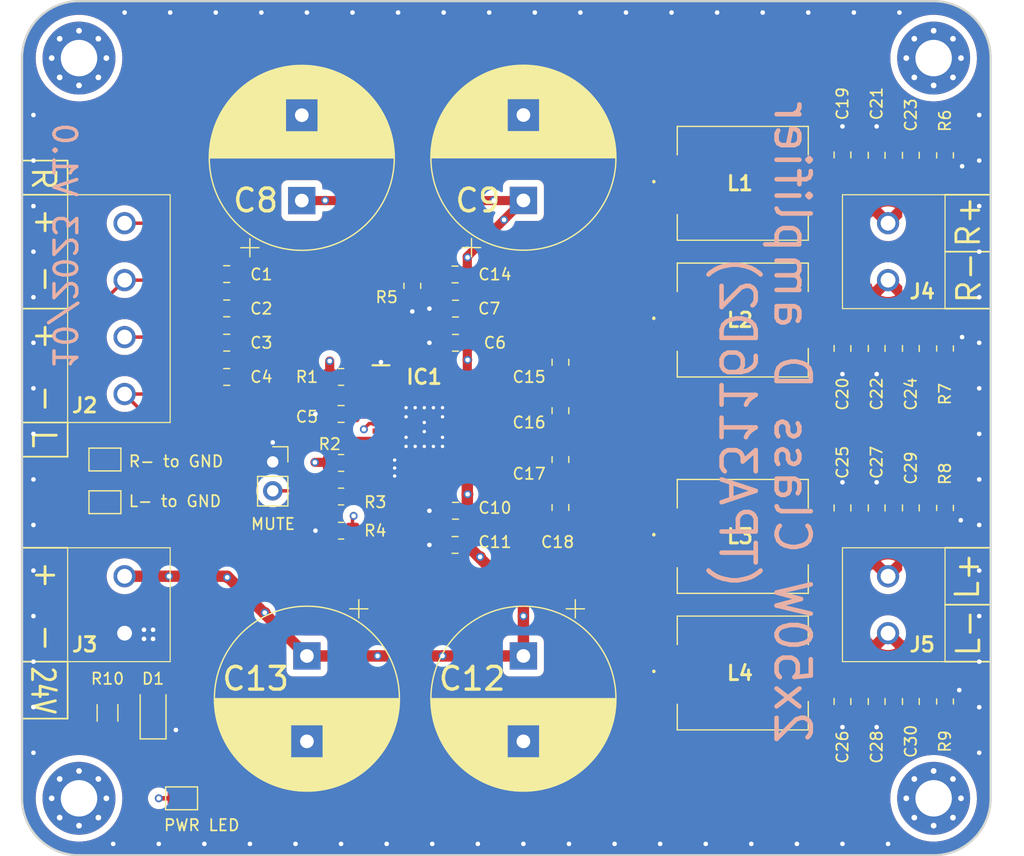
<source format=kicad_pcb>
(kicad_pcb (version 20221018) (generator pcbnew)
  (layers (0 "F.Cu" signal) (1 "In1.Cu" power) (2 "In2.Cu" signal) (31 "B.Cu" power) (34 "B.Paste" user) (35 "F.Paste" user) (36 "B.SilkS" user "B.Silkscreen") (37 "F.SilkS" user "F.Silkscreen") (38 "B.Mask" user) (39 "F.Mask" user) (44 "Edge.Cuts" user))
  (net 0 "")
  (net 1 "RIN+")
  (net 2 "/RINP")
  (net 3 "RIN-")
  (net 4 "/RINN")
  (net 5 "LIN+")
  (net 6 "/LINP")
  (net 7 "LIN-")
  (net 8 "/LINN")
  (net 9 "Net-(IC1-GVDD)")
  (net 10 "GND")
  (net 11 "+24V")
  (net 12 "Net-(C14-Pad2)")
  (net 13 "Net-(IC1-BSPR)")
  (net 14 "/OUTPR")
  (net 15 "Net-(IC1-BSNR)")
  (net 16 "/OUTNR")
  (net 17 "Net-(IC1-BSPL)")
  (net 18 "/OUTPL")
  (net 19 "Net-(IC1-BSNL)")
  (net 20 "/OUTNL")
  (net 21 "/ROUT+")
  (net 22 "/ROUT-")
  (net 23 "Net-(C23-Pad2)")
  (net 24 "Net-(C24-Pad1)")
  (net 25 "/LOUT+")
  (net 26 "/LOUT-")
  (net 27 "Net-(C29-Pad2)")
  (net 28 "Net-(C30-Pad1)")
  (net 33 "/FAULTZ")
  (net 34 "Net-(IC1-GAIN{slash}SLV)")
  (net 35 "/MUTE")
  (net 37 "Net-(J1-Pin_2)")
  (net 38 "Net-(D1-A)")
  (net 39 "Net-(JP3-A)")
  (footprint "Capacitor_SMD:C_0805_2012Metric_Pad1.18x1.45mm_HandSolder" (layer "F.Cu") (at 178 111.5 90)
    (fp_text reference "C30")
    (fp_text value "10n")
  )
  (footprint "Capacitor_SMD:C_0805_2012Metric_Pad1.18x1.45mm_HandSolder" (layer "F.Cu") (at 138 97.75)
    (fp_text reference "C11")
    (fp_text value "0.1u")
  )
  (footprint "Capacitor_SMD:C_0805_2012Metric_Pad1.18x1.45mm_HandSolder" (layer "F.Cu") (at 147.25 94.4625 90)
    (fp_text reference "C18")
    (fp_text value "0.22u")
  )
  (footprint "Capacitor_SMD:C_0805_2012Metric_Pad1.18x1.45mm_HandSolder" (layer "F.Cu") (at 138.0375 80)
    (fp_text reference "C6")
    (fp_text value "1n")
  )
  (footprint "SamacSys_Parts:TB00150002BE" (layer "F.Cu") (at 176 100.5 -90)
    (fp_text reference "J5")
    (fp_text value "Conn_01x02_Socket" hide)
  )
  (footprint "MountingHole:MountingHole_3.2mm_M3_Pad_Via" (layer "F.Cu") (at 180 120)
    (fp_text reference "H1" hide)
    (fp_text value "MountingHole_Pad")
  )
  (footprint "SamacSys_Parts:SOP65P810X120-33N" (layer "F.Cu") (at 135.288 87.425)
    (fp_text reference "IC1")
    (fp_text value "TPA3116D2DADR" hide)
  )
  (footprint "Resistor_SMD:R_0805_2012Metric_Pad1.20x1.40mm_HandSolder" (layer "F.Cu") (at 181 111.5 90)
    (fp_text reference "R9")
    (fp_text value "3.3")
  )
  (footprint "Capacitor_THT:CP_Radial_D16.0mm_P7.50mm" (layer "F.Cu") (at 144 107.5 -90)
    (fp_text reference "C12")
    (fp_text value "470u")
  )
  (footprint "Jumper:SolderJumper-2_P1.3mm_Open_TrianglePad1.0x1.5mm" (layer "F.Cu") (at 107.275 94)
    (fp_text reference "JP2" hide)
    (fp_text value "SolderJumper_2_Open")
  )
  (footprint "Capacitor_THT:CP_Radial_D16.0mm_P7.50mm" (layer "F.Cu") (at 144 67.5 90)
    (fp_text reference "C9")
    (fp_text value "470u")
  )
  (footprint "Resistor_SMD:R_0805_2012Metric_Pad1.20x1.40mm_HandSolder" (layer "F.Cu") (at 128 90.55)
    (fp_text reference "R2")
    (fp_text value "100k")
  )
  (footprint "SamacSys_Parts:104CDMCCDS100MC" (layer "F.Cu") (at 163.25 66)
    (fp_text reference "L1")
    (fp_text value "10u" hide)
  )
  (footprint "Resistor_SMD:R_0805_2012Metric_Pad1.20x1.40mm_HandSolder" (layer "F.Cu") (at 181 80.5 90)
    (fp_text reference "R7")
    (fp_text value "3.3")
  )
  (footprint "Capacitor_SMD:C_0805_2012Metric_Pad1.18x1.45mm_HandSolder" (layer "F.Cu") (at 117.9625 83)
    (fp_text reference "C4")
    (fp_text value "0.68u")
  )
  (footprint "Resistor_SMD:R_1206_3216Metric_Pad1.30x1.75mm_HandSolder" (layer "F.Cu") (at 107.5 112.5 90)
    (fp_text reference "R10")
    (fp_text value "1k 0.5W")
  )
  (footprint "MountingHole:MountingHole_3.2mm_M3_Pad_Via" (layer "F.Cu") (at 105 55)
    (fp_text reference "H4" hide)
    (fp_text value "MountingHole_Pad")
  )
  (footprint "SamacSys_Parts:104CDMCCDS100MC" (layer "F.Cu") (at 163.25 97)
    (fp_text reference "L3")
    (fp_text value "10u" hide)
  )
  (footprint "SamacSys_Parts:TB00150002BE" (layer "F.Cu") (at 109 105.5 90)
    (fp_text reference "J3")
    (fp_text value "Conn_01x02_Socket" hide)
  )
  (footprint "Jumper:SolderJumper-2_P1.3mm_Open_TrianglePad1.0x1.5mm" (layer "F.Cu") (at 107.275 90.25)
    (fp_text reference "JP1" hide)
    (fp_text value "SolderJumper_2_Open")
  )
  (footprint "Capacitor_SMD:C_0805_2012Metric_Pad1.18x1.45mm_HandSolder" (layer "F.Cu") (at 117.9625 73.97)
    (fp_text reference "C1")
    (fp_text value "0.68u")
  )
  (footprint "Capacitor_SMD:C_0805_2012Metric_Pad1.18x1.45mm_HandSolder" (layer "F.Cu") (at 117.9625 76.98)
    (fp_text reference "C2")
    (fp_text value "0.68u")
  )
  (footprint "SamacSys_Parts:104CDMCCDS100MC" (layer "F.Cu") (at 163.25 109)
    (fp_text reference "L4")
    (fp_text value "10u" hide)
  )
  (footprint "MountingHole:MountingHole_3.2mm_M3_Pad_Via" (layer "F.Cu") (at 105 120)
    (fp_text reference "H2" hide)
    (fp_text value "MountingHole_Pad")
  )
  (footprint "Capacitor_SMD:C_0805_2012Metric_Pad1.18x1.45mm_HandSolder" (layer "F.Cu") (at 175 111.5 90)
    (fp_text reference "C28")
    (fp_text value "1n")
  )
  (footprint "Capacitor_SMD:C_0805_2012Metric_Pad1.18x1.45mm_HandSolder" (layer "F.Cu") (at 178 80.5 90)
    (fp_text reference "C24")
    (fp_text value "10n")
  )
  (footprint "SamacSys_Parts:TB00150002BE" (layer "F.Cu") (at 176 69.5 -90)
    (fp_text reference "J4")
    (fp_text value "Conn_01x02_Socket" hide)
  )
  (footprint "Capacitor_SMD:C_0805_2012Metric_Pad1.18x1.45mm_HandSolder" (layer "F.Cu") (at 138.0375 94.75)
    (fp_text reference "C10")
    (fp_text value "1n")
  )
  (footprint "Connector_PinSocket_2.54mm:PinSocket_1x02_P2.54mm_Vertical" (layer "F.Cu") (at 122 90.46)
    (fp_text reference "J1" hide)
    (fp_text value "Conn_01x02_Pin")
  )
  (footprint "SamacSys_Parts:104CDMCCDS100MC" (layer "F.Cu") (at 163.25 78)
    (fp_text reference "L2")
    (fp_text value "10u" hide)
  )
  (footprint "Capacitor_SMD:C_0805_2012Metric_Pad1.18x1.45mm_HandSolder" (layer "F.Cu") (at 117.9625 79.99)
    (fp_text reference "C3")
    (fp_text value "0.68u")
  )
  (footprint "Capacitor_SMD:C_0805_2012Metric_Pad1.18x1.45mm_HandSolder" (layer "F.Cu") (at 178 63.5375 90)
    (fp_text reference "C23")
    (fp_text value "10n")
  )
  (footprint "Capacitor_SMD:C_0805_2012Metric_Pad1.18x1.45mm_HandSolder" (layer "F.Cu") (at 178 94.5 90)
    (fp_text reference "C29")
    (fp_text value "10n")
  )
  (footprint "Resistor_SMD:R_0805_2012Metric_Pad1.20x1.40mm_HandSolder" (layer "F.Cu") (at 128 83)
    (fp_text reference "R1")
    (fp_text value "100k")
  )
  (footprint "SamacSys_Parts:TB00150004BE" (layer "F.Cu") (at 109 84.5 90)
    (fp_text reference "J2")
    (fp_text value "Conn_01x04_Socket" hide)
  )
  (footprint "Capacitor_SMD:C_0805_2012Metric_Pad1.18x1.45mm_HandSolder" (layer "F.Cu") (at 138 74 180)
    (fp_text reference "C14")
    (fp_text value "0.1u")
  )
  (footprint "Capacitor_SMD:C_0805_2012Metric_Pad1.18x1.45mm_HandSolder" (layer "F.Cu") (at 147.25 85.9625 90)
    (fp_text reference "C16")
    (fp_text value "0.22u")
  )
  (footprint "MountingHole:MountingHole_3.2mm_M3_Pad_Via" (layer "F.Cu") (at 180 55)
    (fp_text reference "H3" hide)
    (fp_text value "MountingHole_Pad")
  )
  (footprint "Capacitor_THT:CP_Radial_D16.0mm_P7.50mm" (layer "F.Cu") (at 124.55 67.512755 90)
    (fp_text reference "C8")
    (fp_text value "470u")
  )
  (footprint "Capacitor_SMD:C_0805_2012Metric_Pad1.18x1.45mm_HandSolder" (layer "F.Cu") (at 175 80.5 90)
    (fp_text reference "C22")
    (fp_text value "1n")
  )
  (footprint "Resistor_SMD:R_0805_2012Metric_Pad1.20x1.40mm_HandSolder" (layer "F.Cu") (at 181 63.5375 -90)
    (fp_text reference "R6")
    (fp_text value "3.3")
  )
  (footprint "Capacitor_SMD:C_0805_2012Metric_Pad1.18x1.45mm_HandSolder" (layer "F.Cu") (at 172 94.5 90)
    (fp_text reference "C25")
    (fp_text value "0.68u")
  )
  (footprint "Capacitor_SMD:C_0805_2012Metric_Pad1.18x1.45mm_HandSolder" (layer "F.Cu") (at 175 94.5 90)
    (fp_text reference "C27")
    (fp_text value "1n")
  )
  (footprint "Jumper:SolderJumper-2_P1.3mm_Open_TrianglePad1.0x1.5mm" (layer "F.Cu") (at 114 120 180)
    (fp_text reference "JP3" hide)
    (fp_text value "SolderJumper_2_Open")
  )
  (footprint "Capacitor_SMD:C_0805_2012Metric_Pad1.18x1.45mm_HandSolder" (layer "F.Cu") (at 172 63.5 90)
    (fp_text reference "C19")
    (fp_text value "0.68u")
  )
  (footprint "Capacitor_SMD:C_0805_2012Metric_Pad1.18x1.45mm_HandSolder" (layer "F.Cu") (at 175 63.5375 90)
    (fp_text reference "C21")
    (fp_text value "1n")
  )
  (footprint "Capacitor_SMD:C_0805_2012Metric_Pad1.18x1.45mm_HandSolder" (layer "F.Cu") (at 128 86.25 180)
    (fp_text reference "C5")
    (fp_text value "1u")
  )
  (footprint "Capacitor_SMD:C_0805_2012Metric_Pad1.18x1.45mm_HandSolder" (layer "F.Cu") (at 138.0375 77)
    (fp_text reference "C7")
    (fp_text value "0.1u")
  )
  (footprint "Resistor_SMD:R_0805_2012Metric_Pad1.20x1.40mm_HandSolder" (layer "F.Cu") (at 181 94.5 -90)
    (fp_text reference "R8")
    (fp_text value "3.3")
  )
  (footprint "Capacitor_THT:CP_Radial_D16.0mm_P7.50mm" (layer "F.Cu") (at 125 107.5 -90)
    (fp_text reference "C13")
    (fp_text value "470u")
  )
  (footprint "Capacitor_SMD:C_0805_2012Metric_Pad1.18x1.45mm_HandSolder" (layer "F.Cu") (at 172 111.5 90)
    (fp_text reference "C26")
    (fp_text value "0.68u")
  )
  (footprint "Capacitor_SMD:C_0805_2012Metric_Pad1.18x1.45mm_HandSolder" (layer "F.Cu") (at 172 80.5 90)
    (fp_text reference "C20")
    (fp_text value "0.68u")
  )
  (footprint "Resistor_SMD:R_0805_2012Metric_Pad1.20x1.40mm_HandSolder" (layer "F.Cu") (at 128 96.5)
    (fp_text reference "R4")
    (fp_text value "5.6K")
  )
  (footprint "Capacitor_SMD:C_0805_2012Metric_Pad1.18x1.45mm_HandSolder" (layer "F.Cu") (at 147.25 90.25 -90)
    (fp_text reference "C17")
    (fp_text value "0.22u")
  )
  (footprint "Resistor_SMD:R_0805_2012Metric_Pad1.20x1.40mm_HandSolder" (layer "F.Cu") (at 128 93.5 180)
    (fp_text reference "R3")
    (fp_text value "1k")
  )
  (footprint "LED_SMD:LED_1206_3216Metric" (layer "F.Cu") (at 111.5 112.5 90)
    (fp_text reference "D1")
    (fp_text value "LED")
  )
  (footprint "Resistor_SMD:R_0805_2012Metric_Pad1.20x1.40mm_HandSolder" (layer "F.Cu") (at 134.25 75 -90)
    (fp_text reference "R5")
    (fp_text value "3.3")
  )
  (footprint "Capacitor_SMD:C_0805_2012Metric_Pad1.18x1.45mm_HandSolder" (layer "F.Cu") (at 147.25 81.7125 -90)
    (fp_text reference "C15")
    (fp_text value "0.22u")
  )
  (gr_line (start 104 87) (end 100 87) (stroke (width 0.15)) (layer "F.SilkS"))
  (gr_line (start 104 108) (end 100 108) (stroke (width 0.15)) (layer "F.SilkS"))
  (gr_line (start 181 98) (end 185 98) (stroke (width 0.15)) (layer "F.SilkS"))
  (gr_line (start 181 77) (end 185 77) (stroke (width 0.15)) (layer "F.SilkS"))
  (gr_line (start 181 72) (end 185 72) (stroke (width 0.15)) (layer "F.SilkS"))
  (gr_line (start 104 98) (end 100 98) (stroke (width 0.15)) (layer "F.SilkS"))
  (gr_line (start 104 113) (end 100 113) (stroke (width 0.15)) (layer "F.SilkS"))
  (gr_line (start 104 67) (end 100 67) (stroke (width 0.15)) (layer "F.SilkS"))
  (gr_line (start 181 103) (end 185 103) (stroke (width 0.15)) (layer "F.SilkS"))
  (gr_line (start 104 87) (end 104 90) (stroke (width 0.15)) (layer "F.SilkS"))
  (gr_line (start 181 67) (end 185 67) (stroke (width 0.15)) (layer "F.SilkS"))
  (gr_line (start 104 67) (end 104 64) (stroke (width 0.15)) (layer "F.SilkS"))
  (gr_line (start 104 64) (end 100 64) (stroke (width 0.15)) (layer "F.SilkS"))
  (gr_line (start 181 108) (end 185 108) (stroke (width 0.15)) (layer "F.SilkS"))
  (gr_line (start 104 90) (end 100 90) (stroke (width 0.15)) (layer "F.SilkS"))
  (gr_line (start 104 77) (end 100 77) (stroke (width 0.15)) (layer "F.SilkS"))
  (gr_line (start 104 108) (end 104 113) (stroke (width 0.15)) (layer "F.SilkS"))
  (gr_line (start 100 55) (end 100 120) (stroke (width 0.2)) (layer "Edge.Cuts"))
  (gr_arc (start 100 55) (mid 101.464466 51.464466) (end 105 50) (stroke (width 0.2)) (layer "Edge.Cuts"))
  (gr_line (start 180 50) (end 105 50) (stroke (width 0.2)) (layer "Edge.Cuts"))
  (gr_line (start 185 120) (end 185 55) (stroke (width 0.2)) (layer "Edge.Cuts"))
  (gr_arc (start 180 50) (mid 183.535534 51.464466) (end 185 55) (stroke (width 0.2)) (layer "Edge.Cuts"))
  (gr_line (start 105 125) (end 180 125) (stroke (width 0.2)) (layer "Edge.Cuts"))
  (gr_arc (start 105 125) (mid 101.464466 123.535534) (end 100 120) (stroke (width 0.2)) (layer "Edge.Cuts"))
  (gr_arc (start 185 120) (mid 183.535534 123.535534) (end 180 125) (stroke (width 0.2)) (layer "Edge.Cuts"))
  (gr_text "10/2023 V1.0" (at 102.542651 82.42844 270) (layer "B.SilkS") (effects (font (size 2 2) (thickness 0.3)) (justify left bottom mirror)))
  (gr_text "2x50W Class D amplifier\n(TPA3116D2)" (at 161 87 270) (layer "B.SilkS") (effects (font (size 3 3) (thickness 0.4)) (justify bottom mirror)))
  (gr_text "-\n" (at 101 83.5 270) (layer "F.SilkS") (effects (font (size 2 2) (thickness 0.25)) (justify left bottom)))
  (gr_text "R-\n" (at 184.270957 76.684242 90) (layer "F.SilkS") (effects (font (size 2 2) (thickness 0.25)) (justify left bottom)))
  (gr_text "L- to GND" (at 109.275 94.5) (layer "F.SilkS") (effects (font (size 1 1)) (justify left bottom)))
  (gr_text "L-\n" (at 184.22543 107.687213 90) (layer "F.SilkS") (effects (font (size 2 2) (thickness 0.25)) (justify left bottom)))
  (gr_text "L\n" (at 100.74349 87.477599 270) (layer "F.SilkS") (effects (font (size 2 2) (thickness 0.25)) (justify left bottom)))
  (gr_text "MUTE" (at 120 96.5) (layer "F.SilkS") (effects (font (size 1 1)) (justify left bottom)))
  (gr_text "L+\n" (at 184.124021 102.694327 90) (layer "F.SilkS") (effects (font (size 2 2) (thickness 0.25)) (justify left bottom)))
  (gr_text "R" (at 100.713866 64.400315 270) (layer "F.SilkS") (effects (font (size 2 2) (thickness 0.25)) (justify left bottom)))
  (gr_text "-" (at 101 104.5 270) (layer "F.SilkS") (effects (font (size 2 2) (thickness 0.25)) (justify left bottom)))
  (gr_text "+" (at 101 78 270) (layer "F.SilkS") (effects (font (size 2 2) (thickness 0.25)) (justify left bottom)))
  (gr_text "24V" (at 100.663296 108.268307 270) (layer "F.SilkS") (effects (font (size 2 1.5) (thickness 0.25)) (justify left bottom)))
  (gr_text "+" (at 101 99 270) (layer "F.SilkS") (effects (font (size 2 2) (thickness 0.25)) (justify left bottom)))
  (gr_text "R- to GND" (at 109.275 91) (layer "F.SilkS") (effects (font (size 1 1)) (justify left bottom)))
  (gr_text "+" (at 101 68 270) (layer "F.SilkS") (effects (font (size 2 2) (thickness 0.25)) (justify left bottom)))
  (gr_text "R+\n" (at 184.211709 71.766618 90) (layer "F.SilkS") (effects (font (size 2 2) (thickness 0.25)) (justify left bottom)))
  (gr_text "PWR LED\n" (at 112.362153 122.948592) (layer "F.SilkS") (effects (font (size 1 1)) (justify left bottom)))
  (gr_text "-\n" (at 101 73 270) (layer "F.SilkS") (effects (font (size 2 2) (thickness 0.25)) (justify left bottom)))
  (segment (start 112.455 69.5) (end 116.925 73.97) (width 0.3) (layer "F.Cu") (net 1))
  (segment (start 109 69.5) (end 112.455 69.5) (width 0.3) (layer "F.Cu") (net 1))
  (segment (start 121.7 76.67) (end 121.7 79.9) (width 0.3) (layer "F.Cu") (net 2))
  (segment (start 126.3 84.5) (end 131.5 84.5) (width 0.3) (layer "F.Cu") (net 2))
  (segment (start 119 73.97) (end 121.7 76.67) (width 0.3) (layer "F.Cu") (net 2))
  (segment (start 121.7 79.9) (end 126.3 84.5) (width 0.3) (layer "F.Cu") (net 2))
  (segment (start 108 87.5) (end 105.5 85) (width 0.3) (layer "F.Cu") (net 3))
  (segment (start 105.5 85) (end 105.5 78) (width 0.3) (layer "F.Cu") (net 3))
  (segment (start 114.445 74.5) (end 116.925 76.98) (width 0.3) (layer "F.Cu") (net 3))
  (segment (start 109 74.5) (end 114.445 74.5) (width 0.3) (layer "F.Cu") (net 3))
  (segment (start 105.5 78) (end 109 74.5) (width 0.3) (layer "F.Cu") (net 3))
  (segment (start 108 90.25) (end 108 87.5) (width 0.3) (layer "F.Cu") (net 3))
  (segment (start 120.5 80.5) (end 125.15 85.15) (width 0.3) (layer "F.Cu") (net 4))
  (segment (start 119 76.98) (end 119 78.6) (width 0.3) (layer "F.Cu") (net 4))
  (segment (start 119 78.6) (end 120.1 78.6) (width 0.3) (layer "F.Cu") (net 4))
  (segment (start 125.15 85.15) (end 131.5 85.15) (width 0.3) (layer "F.Cu") (net 4))
  (segment (start 120.5 79) (end 120.5 80.5) (width 0.3) (layer "F.Cu") (net 4))
  (segment (start 120.1 78.6) (end 120.5 79) (width 0.3) (layer "F.Cu") (net 4))
  (segment (start 116.435 79.5) (end 116.925 79.99) (width 0.3) (layer "F.Cu") (net 5))
  (segment (start 109 79.5) (end 116.435 79.5) (width 0.3) (layer "F.Cu") (net 5))
  (segment (start 126.4 88.4) (end 131.5 88.4) (width 0.3) (layer "F.Cu") (net 6))
  (segment (start 119 81) (end 126.4 88.4) (width 0.3) (layer "F.Cu") (net 6))
  (segment (start 119 79.99) (end 119 81) (width 0.3) (layer "F.Cu") (net 6))
  (segment (start 109 84.5) (end 115.425 84.5) (width 0.3) (layer "F.Cu") (net 7))
  (segment (start 115.425 84.5) (end 116.925 83) (width 0.3) (layer "F.Cu") (net 7))
  (segment (start 108 94) (end 110.5 91.5) (width 0.3) (layer "F.Cu") (net 7))
  (segment (start 110.5 91.5) (end 110.5 86) (width 0.3) (layer "F.Cu") (net 7))
  (segment (start 110.5 86) (end 109 84.5) (width 0.3) (layer "F.Cu") (net 7))
  (segment (start 119 83) (end 125.05 89.05) (width 0.3) (layer "F.Cu") (net 8))
  (segment (start 125.05 89.05) (end 131.5 89.05) (width 0.3) (layer "F.Cu") (net 8))
  (segment (start 129.0625 86.275) (end 131.5 86.275) (width 0.8) (layer "F.Cu") (net 9))
  (segment (start 129.0375 86.25) (end 129.0625 86.275) (width 0.8) (layer "F.Cu") (net 9))
  (segment (start 172 93.4625) (end 172 92.25) (width 0.8) (layer "F.Cu") (net 10))
  (segment (start 182.5 64.5) (end 181.0375 64.5) (width 0.8) (layer "F.Cu") (net 10))
  (segment (start 109.3 105.2) (end 109 105.5) (width 0.8) (layer "F.Cu") (net 10))
  (segment (start 133.15 87.75) (end 133.7 88.3) (width 0.4) (layer "F.Cu") (net 10))
  (segment (start 111.5 106) (end 110.7 106) (width 0.8) (layer "F.Cu") (net 10))
  (segment (start 110.7 105.2) (end 110.7 106) (width 0.8) (layer "F.Cu") (net 10))
  (segment (start 172 62.4625) (end 172 61) (width 0.8) (layer "F.Cu") (net 10))
  (segment (start 175 61) (end 175 62.5) (width 0.8) (layer "F.Cu") (net 10))
  (segment (start 131.5 82.55) (end 131.5 81.7) (width 0.4) (layer "F.Cu") (net 10))
  (segment (start 172 112.5375) (end 172 113.75) (width 0.8) (layer "F.Cu") (net 10))
  (segment (start 131.5 87.75) (end 133.15 87.75) (width 0.4) (layer "F.Cu") (net 10))
  (segment (start 139.076 89.05) (end 136.95 89.05) (width 0.4) (layer "F.Cu") (net 10))
  (segment (start 137 94.75) (end 135.75 94.75) (width 0.8) (layer "F.Cu") (net 10))
  (segment (start 132.7 90.3) (end 132.65 90.35) (width 0.4) (layer "F.Cu") (net 10))
  (segment (start 132.65 90.35) (end 131.5 90.35) (width 0.4) (layer "F.Cu") (net 10))
  (segment (start 136.95 89.05) (end 136.9 89.1) (width 0.4) (layer "F.Cu") (net 10))
  (segment (start 110.7 105.2) (end 111.5 105.2) (width 0.8) (layer "F.Cu") (net 10))
  (segment (start 127 96.5) (end 125.75 96.5) (width 0.8) (layer "F.Cu") (net 10))
  (segment (start 139.076 87.1) (end 135.613 87.1) (width 0.4) (layer "F.Cu") (net 10))
  (segment (start 122 90.46) (end 122 88.75) (width 0.8) (layer "F.Cu") (net 10))
  (segment (start 126.9625 86.25) (end 125.75 86.25) (width 0.8) (layer "F.Cu") (net 10))
  (segment (start 110.7 106) (end 109.5 106) (width 0.8) (layer "F.Cu") (net 10))
  (segment (start 132.65 91.65) (end 131.5 91.65) (width 0.4) (layer "F.Cu") (net 10))
  (segment (start 181 79.5) (end 182.5 79.5) (width 0.8) (layer "F.Cu") (net 10))
  (segment (start 182.298449 95.5) (end 182.380442 95.581993) (width 0.8) (layer "F.Cu") (net 10))
  (segment (start 181.0375 64.5) (end 181 64.5375) (width 0.8) (layer "F.Cu") (net 10))
  (segment (start 109.5 106) (end 109 105.5) (width 0.8) (layer "F.Cu") (net 10))
  (segment (start 111.5 106) (end 111.5 105.2) (width 0.8) (layer "F.Cu") (net 10))
  (segment (start 172 82.75) (end 172 81.5375) (width 0.8) (layer "F.Cu") (net 10))
  (segment (start 137 77) (end 135.75 77) (width 0.8) (layer "F.Cu") (net 10))
  (segment (start 175 82.75) (end 175 81.5375) (width 0.8) (layer "F.Cu") (net 10))
  (segment (start 181 95.5) (end 182.298449 95.5) (width 0.8) (layer "F.Cu") (net 10))
  (segment (start 139.076 85.15) (end 137.45 85.15) (width 0.4) (layer "F.Cu") (net 10))
  (segment (start 111.6 114) (end 111.5 113.9) (width 0.6) (layer "F.Cu") (net 10))
  (segment (start 113.5 114) (end 111.6 114) (width 0.6) (layer "F.Cu") (net 10))
  (segment (start 135.75 80) (end 137 80) (width 0.8) (layer "F.Cu") (net 10))
  (segment (start 175 113.75) (end 175 112.5375) (width 0.8) (layer "F.Cu") (net 10))
  (segment (start 132.7 91.7) (end 132.65 91.65) (width 0.4) (layer "F.Cu") (net 10))
  (segment (start 175 93.4625) (end 175 92.25) (width 0.8) (layer "F.Cu") (net 10))
  (segment (start 182.25 110.5) (end 181 110.5) (width 0.8) (layer "F.Cu") (net 10))
  (segment (start 137.45 85.15) (end 136.9 85.7) (width 0.4) (layer "F.Cu") (net 10))
  (segment (start 110.7 105.2) (end 109.3 105.2) (width 0.8) (layer "F.Cu") (net 10))
  (segment (start 134.25 77.25) (end 134.25 76) (width 0.8) (layer "F.Cu") (net 10))
  (segment (start 135.75 97.75) (end 136.9625 97.75) (width 0.8) (layer "F.Cu") (net 10))
  (segment (start 132.7 91) (end 131.5 91) (width 0.4) (layer "F.Cu") (net 10))
  (segment (start 135.613 87.1) (end 135.288 87.425) (width 0.4) (layer "F.Cu") (net 10))
  (via (at 136.1 85.7) (size 0.5) (drill 0.3) (layers "F.Cu" "B.Cu") (net 10))
  (via (at 133.7 85.7) (size 0.5) (drill 0.3) (layers "F.Cu" "B.Cu") (net 10))
  (via (at 128 124) (size 0.7) (drill 0.4) (layers "F.Cu" "B.Cu") (net 10))
  (via (at 124 124) (size 0.7) (drill 0.4) (layers "F.Cu" "B.Cu") (net 10))
  (via (at 125.75 96.5) (size 0.7) (drill 0.4) (layers "F.Cu" "B.Cu") (net 10))
  (via (at 168 124) (size 0.7) (drill 0.4) (layers "F.Cu" "B.Cu") (net 10))
  (via (at 101 92) (size 0.7) (drill 0.4) (layers "F.Cu" "B.Cu") (net 10))
  (via (at 122 88.75) (size 0.7) (drill 0.4) (layers "F.Cu" "B.Cu") (net 10))
  (via (at 129 51) (size 0.7) (drill 0.4) (layers "F.Cu" "B.Cu") (net 10))
  (via (at 176 124) (size 0.7) (drill 0.4) (layers "F.Cu" "B.Cu") (net 10))
  (via (at 184 88) (size 0.7) (drill 0.4) (layers "F.Cu" "B.Cu") (net 10))
  (via (at 132.7 91) (size 0.5) (drill 0.3) (layers "F.Cu" "B.Cu") (net 10))
  (via (at 149 51) (size 0.7) (drill 0.4) (layers "F.Cu" "B.Cu") (net 10))
  (via (at 101 100) (size 0.7) (drill 0.4) (layers "F.Cu" "B.Cu") (net 10))
  (via (at 136.9 85.7) (size 0.5) (drill 0.3) (layers "F.Cu" "B.Cu") (net 10))
  (via (at 134.25 77.25) (size 0.7) (drill 0.4) (layers "F.Cu" "B.Cu") (net 10))
  (via (at 133.7 89.1) (size 0.5) (drill 0.3) (layers "F.Cu" "B.Cu") (net 10))
  (via (at 136.9 88.3) (size 0.5) (drill 0.3) (layers "F.Cu" "B.Cu") (net 10))
  (via (at 101 80) (size 0.7) (drill 0.4) (layers "F.Cu" "B.Cu") (net 10))
  (via (at 101 116) (size 0.7) (drill 0.4) (layers "F.Cu" "B.Cu") (net 10))
  (via (at 111.5 105.2) (size 0.7) (drill 0.4) (layers "F.Cu" "B.Cu") (net 10))
  (via (at 137 51) (size 0.7) (drill 0.4) (layers "F.Cu" "B.Cu") (net 10))
  (via (at 120 124) (size 0.7) (drill 0.4) (layers "F.Cu" "B.Cu") (net 10))
  (via (at 135.3 85.7) (size 0.5) (drill 0.3) (layers "F.Cu" "B.Cu") (net 10))
  (via (at 172 124) (size 0.7) (drill 0.4) (layers "F.Cu" "B.Cu") (net 10))
  (via (at 172 82.75) (size 0.7) (drill 0.4) (layers "F.Cu" "B.Cu") (net 10))
  (via (at 116 124) (size 0.7) (drill 0.4) (layers "F.Cu" "B.Cu") (net 10))
  (via (at 132.7 91.7) (size 0.5) (drill 0.3) (layers "F.Cu" "B.Cu") (net 10))
  (via (at 140 124) (size 0.7) (drill 0.4) (layers "F.Cu" "B.Cu") (net 10))
  (via (at 135.75 94.75) (size 0.7) (drill 0.4) (layers "F.Cu" "B.Cu") (net 10))
  (via (at 110.7 105.2) (size 0.7) (drill 0.4) (layers "F.Cu" "B.Cu") (net 10))
  (via (at 133.7 86.5) (size 0.5) (drill 0.3) (layers "F.Cu" "B.Cu") (net 10))
  (via (at 182.5 64.5) (size 0.7) (drill 0.4) (layers "F.Cu" "B.Cu") (net 10))
  (via (at 101 68) (size 0.7) (drill 0.4) (layers "F.Cu" "B.Cu") (net 10))
  (via (at 173 51) (size 0.7) (drill 0.4) (layers "F.Cu" "B.Cu") (net 10))
  (via (at 109 51) (size 0.7) (drill 0.4) (layers "F.Cu" "B.Cu") (net 10))
  (via (at 152 124) (size 0.7) (drill 0.4) (layers "F.Cu" "B.Cu") (net 10))
  (via (at 184 80) (size 0.7) (drill 0.4) (layers "F.Cu" "B.Cu") (net 10))
  (via (at 160 124) (size 0.7) (drill 0.4) (layers "F.Cu" "B.Cu") (net 10))
  (via (at 101 108) (size 0.7) (drill 0.4) (layers "F.Cu" "B.Cu") (net 10))
  (via (at 184 104) (size 0.7) (drill 0.4) (layers "F.Cu" "B.Cu") (net 10))
  (via (at 125.75 86.25) (size 0.7) (drill 0.4) (layers "F.Cu" "B.Cu") (net 10))
  (via (at 161 51) (size 0.7) (drill 0.4) (layers "F.Cu" "B.Cu") (net 10))
  (via (at 175 92.25) (size 0.7) (drill 0.4) (layers "F.Cu" "B.Cu") (net 10))
  (via (at 135.3 87) (size 0.5) (drill 0.3) (layers "F.Cu" "B.Cu") (net 10))
  (via (at 113 51) (size 0.7) (drill 0.4) (layers "F.Cu" "B.Cu") (net 10))
  (via (at 172 113.75) (size 0.7) (drill 0.4) (layers "F.Cu" "B.Cu") (net 10))
  (via (at 112 124) (size 0.7) (drill 0.4) (layers "F.Cu" "B.Cu") (net 10))
  (via (at 184 96) (size 0.7) (drill 0.4) (layers "F.Cu" "B.Cu") (net 10))
  (via (at 157 51) (size 0.7) (drill 0.4) (layers "F.Cu" "B.Cu") (net 10))
  (via (at 111.5 106) (size 0.7) (drill 0.4) (layers "F.Cu" "B.Cu") (net 10))
  (via (at 101 88) (size 0.7) (drill 0.4) (layers "F.Cu" "B.Cu") (net 10))
  (via (at 172 61) (size 0.7) (drill 0.4) (layers "F.Cu" "B.Cu") (net 10))
  (via (at 182.5 79.5) (size 0.7) (drill 0.4) (layers "F.Cu" "B.Cu") (net 10))
  (via (at 172 92.25) (size 0.7) (drill 0.4) (layers "F.Cu" "B.Cu") (net 10))
  (via (at 101 64) (size 0.7) (drill 0.4) (layers "F.Cu" "B.Cu") (net 10))
  (via (at 125 51) (size 0.7) (drill 0.4) (layers "F.Cu" "B.Cu") (net 10))
  (via (at 184 100) (size 0.7) (drill 0.4) (layers "F.Cu" "B.Cu") (net 10))
  (via (at 144 124) (size 0.7) (drill 0.4) (layers "F.Cu" "B.Cu") (net 10))
  (via (at 108 124) (size 0.7) (drill 0.4) (layers "F.Cu" "B.Cu") (net 10))
  (via (at 110.7 106) (size 0.7) (drill 0.4) (layers "F.Cu" "B.Cu") (net 10))
  (via (at 136 124) (size 0.7) (drill 0.4) (layers "F.Cu" "B.Cu") (net 10))
  (via (at 101 60) (size 0.7) (drill 0.4) (layers "F.Cu" "B.Cu") (net 10))
  (via (at 131.5 81.7) (size 0.7) (drill 0.4) (layers "F.Cu" "B.Cu") (net 10))
  (via (at 177 51) (size 0.7) (drill 0.4) (layers "F.Cu" "B.Cu") (net 10))
  (via (at 164 124) (size 0.7) (drill 0.4) (layers "F.Cu" "B.Cu") (net 10))
  (via (at 175 61) (size 0.7) (drill 0.4) (layers "F.Cu" "B.Cu") (net 10))
  (via (at 135.3 89.1) (size 0.5) (drill 0.3) (layers "F.Cu" "B.Cu") (net 10))
  (via (at 132 124) (size 0.7) (drill 0.4) (layers "F.Cu" "B.Cu") (net 10))
  (via (at 134.5 89.1) (size 0.5) (drill 0.3) (layers "F.Cu" "B.Cu") (net 10))
  (via (at 184 64) (size 0.7) (drill 0.4) (layers "F.Cu" "B.Cu") (net 10))
  (via (at 165 51) (size 0.7) (drill 0.4) (layers "F.Cu" "B.Cu") (net 10))
  (via (at 101 104) (size 0.7) (drill 0.4) (layers "F.Cu" "B.Cu") (net 10))
  (via (at 101 84) (size 0.7) (drill 0.4) (layers "F.Cu" "B.Cu") (net 10))
  (via (at 169 51) (size 0.7) (drill 0.4) (layers "F.Cu" "B.Cu") (net 10))
  (via (at 175 113.75) (size 0.7) (drill 0.4) (layers "F.Cu" "B.Cu") (net 10))
  (via (at 184 68) (size 0.7) (drill 0.4) (layers "F.Cu" "B.Cu") (net 10))
  (via (at 121 51) (size 0.7) (drill 0.4) (layers "F.Cu" "B.Cu") (net 10))
  (via (at 134.5 85.7) (size 0.5) (drill 0.3) (layers "F.Cu" "B.Cu") (net 10))
  (via (at 156 124) (size 0.7) (drill 0.4) (layers "F.Cu" "B.Cu") (net 10))
  (via (at 133 51) (size 0.7) (drill 0.4) (layers "F.Cu" "B.Cu") (net 10))
  (via (at 101 76) (size 0.7) (drill 0.4) (layers "F.Cu" "B.Cu") (net 10))
  (via (at 141 51) (size 0.7) (drill 0.4) (layers "F.Cu" "B.Cu") (net 10))
  (via (at 101 72) (size 0.7) (drill 0.4) (layers "F.Cu" "B.Cu") (net 10))
  (via (at 135.75 97.75) (size 0.7) (drill 0.4) (layers "F.Cu" "B.Cu") (net 10))
  (via (at 175 82.75) (size 0.7) (drill 0.4) (layers "F.Cu" "B.Cu") (net 10))
  (via (at 182.380442 95.581993) (size 0.7) (drill 0.4) (layers "F.Cu" "B.Cu") (net 10))
  (via (at 101 96) (size 0.7) (drill 0.4) (layers "F.Cu" "B.Cu") (net 10))
  (via (at 184 92) (size 0.7) (drill 0.4) (layers "F.Cu" "B.Cu") (net 10))
  (via (at 184 112) (size 0.7) (drill 0.4) (layers "F.Cu" "B.Cu") (net 10))
  (via (at 153 51) (size 0.7) (drill 0.4) (layers "F.Cu" "B.Cu") (net 10))
  (via (at 101 112) (size 0.7) (drill 0.4) (layers "F.Cu" "B.Cu") (net 10))
  (via (at 148 124) (size 0.7) (drill 0.4) (layers "F.Cu" "B.Cu") (net 10))
  (via (at 135.75 77) (size 0.7) (drill 0.4) (layers "F.Cu" "B.Cu") (net 10))
  (via (at 184 116) (size 0.7) (drill 0.4) (layers "F.Cu" "B.Cu") (net 10))
  (via (at 182.25 110.5) (size 0.7) (drill 0.4) (layers "F.Cu" "B.Cu") (net 10))
  (via (at 113.5 114) (size 0.8) (drill 0.4) (layers "F.Cu" "B.Cu") (net 10))
  (via (at 184 108) (size 0.7) (drill 0.4) (layers "F.Cu" "B.Cu") (net 10))
  (via (at 184 84) (size 0.7) (drill 0.4) (layers "F.Cu" "B.Cu") (net 10))
  (via (at 184 76) (size 0.7) (drill 0.4) (layers "F.Cu" "B.Cu") (net 10))
  (via (at 132.7 90.3) (size 0.5) (drill 0.3) (layers "F.Cu" "B.Cu") (net 10))
  (via (at 117 51) (size 0.7) (drill 0.4) (layers "F.Cu" "B.Cu") (net 10))
  (via (at 133.7 88.3) (size 0.5) (drill 0.3) (layers "F.Cu" "B.Cu") (net 10))
  (via (at 184 60) (size 0.7) (drill 0.4) (layers "F.Cu" "B.Cu") (net 10))
  (via (at 136.9 89.1) (size 0.5) (drill 0.3) (layers "F.Cu" "B.Cu") (net 10))
  (via (at 135.3 87.8) (size 0.5) (drill 0.3) (layers "F.Cu" "B.Cu") (net 10))
  (via (at 135.75 80) (size 0.7) (drill 0.4) (layers "F.Cu" "B.Cu") (net 10))
  (via (at 184 72) (size 0.7) (drill 0.4) (layers "F.Cu" "B.Cu") (net 10))
  (via (at 145 51) (size 0.7) (drill 0.4) (layers "F.Cu" "B.Cu") (net 10))
  (via (at 136.1 89.1) (size 0.5) (drill 0.3) (layers "F.Cu" "B.Cu") (net 10))
  (via (at 136.9 86.5) (size 0.5) (drill 0.3) (layers "F.Cu" "B.Cu") (net 10))
  (segment (start 118.1 100.6) (end 121.2 103.7) (width 1) (layer "F.Cu") (net 11))
  (segment (start 140.2 98.9125) (end 144 102.7125) (width 1) (layer "F.Cu") (net 11))
  (segment (start 126.587245 67.512755) (end 126.6 67.5) (width 0.8) (layer "F.Cu") (net 11))
  (segment (start 139.076 72.476) (end 139.076 72.424) (width 0.8) (layer "F.Cu") (net 11))
  (segment (start 139.076 82.55) (end 139.076 81.524) (width 0.8) (layer "F.Cu") (net 11))
  (segment (start 139.076 97.7115) (end 139.0375 97.75) (width 1) (layer "F.Cu") (net 11))
  (segment (start 131.2 107.5) (end 125 107.5) (width 1) (layer "F.Cu") (net 11))
  (segment (start 139.076 81.524) (end 139.1 81.5) (width 0.8) (layer "F.Cu") (net 11))
  (segment (start 141.387245 67.512755) (end 141.4 67.5) (width 0.8) (layer "F.Cu") (net 11))
  (segment (start 113.275 120) (end 112 120) (width 0.4) (layer "F.Cu") (net 11))
  (segment (start 139.076 93.276) (end 139.1 93.3) (width 1) (layer "F.Cu") (net 11))
  (segment (start 139.076 92.3) (end 139.076 91.275) (width 1) (layer "F.Cu") (net 11))
  (segment (start 139.1 93.3) (end 139.076 93.324) (width 1) (layer "F.Cu") (net 11))
  (segment (start 118 100.6) (end 118.1 100.6) (width 1) (layer "F.Cu") (net 11))
  (segment (start 139.076 81.476) (end 139.076 72.524) (width 0.8) (layer "F.Cu") (net 11))
  (segment (start 139.0375 97.75) (end 140.0875 98.8) (width 1) (layer "F.Cu") (net 11))
  (segment (start 109 100.5) (end 112.9 100.5) (width 1) (layer "F.Cu") (net 11))
  (segment (start 125.7 90.5) (end 126.95 90.5) (width 0.8) (layer "F.Cu") (net 11))
  (segment (start 126.6 67.5) (end 126.612755 67.512755) (width 0.8) (layer "F.Cu") (net 11))
  (segment (start 127 83) (end 127 81.6) (width 0.8) (layer "F.Cu") (net 11))
  (segment (start 124.55 67.512755) (end 126.587245 67.512755) (width 0.8) (layer "F.Cu") (net 11))
  (segment (start 144 102.7125) (end 144 104) (width 1) (layer "F.Cu") (net 11))
  (segment (start 126.95 90.5) (end 127 90.55) (width 0.8) (layer "F.Cu") (net 11))
  (segment (start 139.076 72.424) (end 142.3 69.2) (width 0.8) (layer "F.Cu") (net 11))
  (segment (start 139.1 81.5) (end 139.076 81.476) (width 0.8) (layer "F.Cu") (net 11))
  (segment (start 140.0875 98.8) (end 140.2 98.8) (width 1) (layer "F.Cu") (net 11))
  (segment (start 118 100.5) (end 118 100.6) (width 1) (layer "F.Cu") (net 11))
  (segment (start 144 104) (end 144 107.5) (width 1) (layer "F.Cu") (net 11))
  (segment (start 143.987245 67.512755) (end 144 67.5) (width 0.8) (layer "F.Cu") (net 11))
  (segment (start 121.3 103.8) (end 125 107.5) (width 1) (layer "F.Cu") (net 11))
  (segment (start 121.3 103.7) (end 121.3 103.8) (width 1) (layer "F.Cu") (net 11))
  (segment (start 139.076 93.324) (end 139.076 97.7115) (width 1) (layer "F.Cu") (net 11))
  (segment (start 141.412755 67.512755) (end 143.987245 67.512755) (width 0.8) (layer "F.Cu") (net 11))
  (segment (start 142.3 69.2) (end 144 67.5) (width 0.8) (layer "F.Cu") (net 11))
  (segment (start 126.612755 67.512755) (end 141.387245 67.512755) (width 0.8) (layer "F.Cu") (net 11))
  (segment (start 141.4 67.5) (end 141.412755 67.512755) (width 0.8) (layer "F.Cu") (net 11))
  (segment (start 140.2 98.8) (end 140.2 98.9125) (width 1) (layer "F.Cu") (net 11))
  (segment (start 136.9 107.5) (end 131.2 107.5) (width 1) (layer "F.Cu") (net 11))
  (segment (start 144 107.5) (end 136.9 107.5) (width 1) (layer "F.Cu") (net 11))
  (segment (start 139.1 72.5) (end 139.076 72.476) (width 0.8) (layer "F.Cu") (net 11))
  (segment (start 112.9 100.5) (end 118 100.5) (width 1) (layer "F.Cu") (net 11))
  (segment (start 139.076 72.524) (end 139.1 72.5) (width 0.8) (layer "F.Cu") (net 11))
  (segment (start 121.2 103.7) (end 121.3 103.7) (width 1) (layer "F.Cu") (net 11))
  (segment (start 139.076 92.3) (end 139.076 93.276) (width 1) (layer "F.Cu") (net 11))
  (via (at 126.6 67.5) (size 0.7) (drill 0.4) (layers "F.Cu" "B.Cu") (net 11))
  (via (at 139.1 81.5) (size 0.7) (drill 0.4) (layers "F.Cu" "B.Cu") (net 11))
  (via (at 139.1 72.5) (size 0.7) (drill 0.4) (layers "F.Cu" "B.Cu") (net 11))
  (via (at 141.4 67.5) (size 0.7) (drill 0.4) (layers "F.Cu" "B.Cu") (net 11))
  (via (at 112 120) (size 0.7) (drill 0.4) (layers "F.Cu" "B.Cu") (net 11))
  (via (at 136.9 107.5) (size 0.7) (drill 0.4) (layers "F.Cu" "B.Cu") (net 11))
  (via (at 127 81.6) (size 0.7) (drill 0.4) (layers "F.Cu" "B.Cu") (net 11))
  (via (at 118 100.6) (size 0.7) (drill 0.4) (layers "F.Cu" "B.Cu") (net 11))
  (via (at 125.7 90.5) (size 0.7) (drill 0.4) (layers "F.Cu" "B.Cu") (net 11))
  (via (at 121.3 103.7) (size 0.7) (drill 0.4) (layers "F.Cu" "B.Cu") (net 11))
  (via (at 112.9 100.5) (size 0.7) (drill 0.4) (layers "F.Cu" "B.Cu") (net 11))
  (via (at 144 104) (size 0.7) (drill 0.4) (layers "F.Cu" "B.Cu") (net 11))
  (via (at 131.2 107.5) (size 0.7) (drill 0.4) (layers "F.Cu" "B.Cu") (net 11))
  (via (at 142.3 69.2) (size 0.7) (drill 0.4) (layers "F.Cu" "B.Cu") (net 11))
  (via (at 140.2 98.8) (size 0.7) (drill 0.4) (layers "F.Cu" "B.Cu") (net 11))
  (via (at 139.1 93.3) (size 0.7) (drill 0.4) (layers "F.Cu" "B.Cu") (net 11))
  (segment (start 134.25 74) (end 136.9625 74) (width 0.6) (layer "F.Cu") (net 12))
  (segment (start 150.5 82.7) (end 150.5 74) (width 1) (layer "F.Cu") (net 14))
  (segment (start 150.5 74) (end 158.5 66) (width 1) (layer "F.Cu") (net 14))
  (segment (start 147.3 82.7) (end 150.5 82.7) (width 1) (layer "F.Cu") (net 14))
  (segment (start 147.25 82.75) (end 147.3 82.7) (width 1) (layer "F.Cu") (net 14))
  (segment (start 151.575 84.925) (end 158.5 78) (width 1) (layer "F.Cu") (net 16))
  (segment (start 147.25 84.925) (end 151.575 84.925) (width 1) (layer "F.Cu") (net 16))
  (segment (start 147.25 91.2875) (end 152.7875 91.2875) (width 1) (layer "F.Cu") (net 18))
  (segment (start 152.7875 91.2875) (end 158.5 97) (width 1) (layer "F.Cu") (net 18))
  (segment (start 149.925 93.425) (end 150.6 94.1) (width 1) (layer "F.Cu") (net 20))
  (segment (start 147.25 93.425) (end 149.925 93.425) (width 1) (layer "F.Cu") (net 20))
  (segment (start 150.6 103) (end 156.6 109) (width 1) (layer "F.Cu") (net 20))
  (segment (start 156.6 109) (end 158.5 109) (width 1) (layer "F.Cu") (net 20))
  (segment (start 150.6 94.1) (end 150.6 103) (width 1) (layer "F.Cu") (net 20))
  (segment (start 180.9625 62.5) (end 181 62.5375) (width 0.8) (layer "F.Cu") (net 23))
  (segment (start 178 62.5) (end 180.9625 62.5) (width 0.8) (layer "F.Cu") (net 23))
  (segment (start 178 81.5375) (end 180.9625 81.5375) (width 0.8) (layer "F.Cu") (net 24))
  (segment (start 180.9625 81.5375) (end 181 81.5) (width 0.8) (layer "F.Cu") (net 24))
  (segment (start 180.9625 93.4625) (end 181 93.5) (width 0.8) (layer "F.Cu") (net 27))
  (segment (start 178 93.4625) (end 180.9625 93.4625) (width 0.8) (layer "F.Cu") (net 27))
  (segment (start 180.9625 112.5375) (end 181 112.5) (width 0.8) (layer "F.Cu") (net 28))
  (segment (start 178 112.5375) (end 180.9625 112.5375) (width 0.8) (layer "F.Cu") (net 28))
  (segment (start 129.675 83.675) (end 131.325 83.675) (width 0.8) (layer "F.Cu") (net 33))
  (segment (start 129 83) (end 129.675 83.675) (width 0.8) (layer "F.Cu") (net 33))
  (segment (start 129 96.5) (end 129 95.3) (width 0.3) (layer "F.Cu") (net 34))
  (segment (start 130 87.5625) (end 130 87.6) (width 0.3) (layer "F.Cu") (net 34))
  (segment (start 130.4625 87.1) (end 130 87.5625) (width 0.3) (layer "F.Cu") (net 34))
  (segment (start 129 95.3) (end 129.1 95.2) (width 0.3) (layer "F.Cu") (net 34))
  (segment (start 131.5 87.1) (end 130.4625 87.1) (width 0.3) (layer "F.Cu") (net 34))
  (via (at 130 87.6) (size 0.7) (drill 0.4) (layers "F.Cu" "B.Cu") (net 34))
  (via (at 129.1 95.2) (size 0.7) (drill 0.4) (layers "F.Cu" "B.Cu") (net 34))
  (segment (start 129 90.55) (end 129 93.5) (width 0.3) (layer "F.Cu") (net 35))
  (segment (start 129.85 89.7) (end 129 90.55) (width 0.3) (layer "F.Cu") (net 35))
  (segment (start 131.5 89.7) (end 129.85 89.7) (width 0.3) (layer "F.Cu") (net 35))
  (segment (start 127 93.5) (end 124.2 93.5) (width 0.3) (layer "F.Cu") (net 37))
  (segment (start 123.7 93) (end 122 93) (width 0.3) (layer "F.Cu") (net 37))
  (segment (start 124.2 93.5) (end 123.7 93) (width 0.3) (layer "F.Cu") (net 37))
  (segment (start 111.35 110.95) (end 111.5 111.1) (width 0.6) (layer "F.Cu") (net 38))
  (segment (start 107.5 110.95) (end 111.35 110.95) (width 0.6) (layer "F.Cu") (net 38))
  (segment (start 111.240686 116) (end 109.45 116) (width 0.4) (layer "F.Cu") (net 39))
  (segment (start 114.725 120) (end 114.725 119.484314) (width 0.4) (layer "F.Cu") (net 39))
  (segment (start 109.45 116) (end 107.5 114.05) (width 0.4) (layer "F.Cu") (net 39))
  (segment (start 114.725 119.484314) (end 111.240686 116) (width 0.4) (layer "F.Cu") (net 39))
  (zone (net 20) (net_name "/OUTNL") (layer "F.Cu") (priority 11) (connect_pads yes (clearance 0)) (min_thickness 0.1) (fill yes (thermal_gap 0.5) (thermal_bridge_width 1) (island_removal_mode 1) (island_area_min 10))
    (polygon (pts (xy 138.6 89.5) (xy 140.5 89.5) (xy 146.6 92.8) (xy 147.9 92.8) (xy 148.1 93) (xy 148.1 93.9) (xy 147.9 94.1) (xy 146.6 94.1) (xy 142 91.4) (xy 140.5 89.9) (xy 138.6 89.9)))
  )
  (zone (net 11) (net_name "+24V") (layer "F.Cu") (priority 2) (connect_pads yes (clearance 0.5)) (min_thickness 0.25) (fill yes (thermal_gap 0.5) (thermal_bridge_width 1))
    (polygon (pts (xy 138.5 82.5) (xy 139.75 82.5) (xy 139.75 83.25) (xy 138.5 83.25)))
  )
  (zone (net 15) (net_name "Net-(IC1-BSNR)") (layer "F.Cu") (priority 8) (connect_pads yes (clearance 0)) (min_thickness 0.1) (fill yes (thermal_gap 0.5) (thermal_bridge_width 1) (island_removal_mode 1) (island_area_min 10))
    (polygon (pts (xy 138.6 86.6) (xy 140.2 86.6) (xy 146.7 87.7) (xy 147.9 87.7) (xy 148.1 87.5) (xy 148.1 86.4) (xy 147.9 86.3) (xy 146.6 86.3) (xy 140.2 86.3) (xy 138.6 86.3) (xy 138.6 86.5)))
  )
  (zone (net 17) (net_name "Net-(IC1-BSPL)") (layer "F.Cu") (priority 9) (connect_pads yes (clearance 0)) (min_thickness 0.1) (fill yes (thermal_gap 0.5) (thermal_bridge_width 1) (island_removal_mode 1) (island_area_min 10))
    (polygon (pts (xy 138.5 87.6) (xy 140.3 87.6) (xy 146.6 88.6) (xy 147.9 88.6) (xy 148.1 88.8) (xy 148.1 89.7) (xy 147.9 89.9) (xy 146.7 89.9) (xy 140.3 87.9) (xy 138.5 87.8)))
  )
  (zone (net 10) (net_name "GND") (layer "F.Cu") (priority 14) (connect_pads yes (clearance 0.5)) (min_thickness 0.25) (fill yes (thermal_gap 0.5) (thermal_bridge_width 1))
    (polygon (pts (xy 132.5 84) (xy 132.5 90.5) (xy 138 90.5) (xy 138 84)))
  )
  (zone (net 14) (net_name "/OUTPR") (layer "F.Cu") (priority 5) (connect_pads yes (clearance 0)) (min_thickness 0.1) (fill yes (thermal_gap 0.5) (thermal_bridge_width 1) (island_removal_mode 1) (island_area_min 10))
    (polygon (pts (xy 148.1 82.1) (xy 146.1 82.2) (xy 141 84.3) (xy 138.8 84.3) (xy 138.8 84.7) (xy 141.9 84.7) (xy 145.7 83.3) (xy 148.1 83.3)))
  )
  (zone (net 10) (net_name "GND") (layer "F.Cu") (connect_pads (clearance 0.6)) (min_thickness 0.25) (fill yes (thermal_gap 0.6) (thermal_bridge_width 1))
    (polygon (pts (xy 100 50) (xy 185 50) (xy 185 125) (xy 100 125)))
  )
  (zone (net 22) (net_name "/ROUT-") (layer "F.Cu") (priority 1) (connect_pads (clearance 0.5)) (min_thickness 0.25) (fill yes (thermal_gap 0.5) (thermal_bridge_width 1))
    (polygon (pts (xy 165.75 75.75) (xy 173.25 75.75) (xy 174.75 74.5) (xy 174.75 74) (xy 175.5 73.25) (xy 176.75 73.25) (xy 177.25 73.75) (xy 177.25 77.5) (xy 178.25 78.5) (xy 178.75 78.5) (xy 179 78.75) (xy 179 80.25) (xy 165.75 80.5)))
  )
  (zone (net 25) (net_name "/LOUT+") (layer "F.Cu") (priority 1) (connect_pads (clearance 0.5)) (min_thickness 0.25) (fill yes (thermal_gap 0.5) (thermal_bridge_width 1))
    (polygon (pts (xy 165.5 94.5) (xy 170.25 94.5) (xy 170.75 94.75) (xy 178.75 94.75) (xy 179 95) (xy 179 97) (xy 177.25 98.25) (xy 177.25 101) (xy 176.5 101.75) (xy 175.5 101.75) (xy 174.75 101) (xy 174.75 100.25) (xy 174 99.5) (xy 165.5 99.5)))
  )
  (zone (net 21) (net_name "/ROUT+") (layer "F.Cu") (priority 1) (connect_pads (clearance 0.5)) (min_thickness 0.25) (fill yes (thermal_gap 0.5) (thermal_bridge_width 1))
    (polygon (pts (xy 165.5 63.5) (xy 170.25 63.5) (xy 170.75 63.75) (xy 178.75 63.75) (xy 179 64) (xy 179 66) (xy 177.25 67.25) (xy 177.25 70) (xy 176.5 70.75) (xy 175.5 70.75) (xy 174.75 70) (xy 174.75 69.25) (xy 174 68.5) (xy 165.5 68.5)))
  )
  (zone (net 16) (net_name "/OUTNR") (layer "F.Cu") (priority 7) (connect_pads yes (clearance 0)) (min_thickness 0.1) (fill yes (thermal_gap 0.5) (thermal_bridge_width 1) (island_removal_mode 1) (island_area_min 10))
    (polygon (pts (xy 138.7 85.7) (xy 140.2 85.7) (xy 146.6 84.3) (xy 147.9 84.3) (xy 148 84.4) (xy 148 85.5) (xy 147.8 85.6) (xy 146.5 85.6) (xy 140.4 86) (xy 138.7 86)))
  )
  (zone (net 13) (net_name "Net-(IC1-BSPR)") (layer "F.Cu") (priority 6) (connect_pads yes (clearance 0)) (min_thickness 0.1) (fill yes (thermal_gap 0.5) (thermal_bridge_width 1) (island_removal_mode 1) (island_area_min 10))
    (polygon (pts (xy 138.6 83.7) (xy 140 83.7) (xy 146.6 80.1) (xy 148 80.1) (xy 148.1 80.1) (xy 148.1 81.2) (xy 148 81.3) (xy 146.4 81.3) (xy 141 84) (xy 138.6 84)))
  )
  (zone (net 18) (net_name "/OUTPL") (layer "F.Cu") (priority 10) (connect_pads yes (clearance 0)) (min_thickness 0.1) (fill yes (thermal_gap 0.5) (thermal_bridge_width 1) (island_removal_mode 1) (island_area_min 10))
    (polygon (pts (xy 138.6 88.2) (xy 140.2 88.2) (xy 146.6 90.7) (xy 147.9 90.7) (xy 148.1 90.9) (xy 148.1 91.8) (xy 147.9 92) (xy 146.6 92) (xy 140.2 88.6) (xy 138.6 88.6)))
  )
  (zone (net 19) (net_name "Net-(IC1-BSNL)") (layer "F.Cu") (priority 12) (connect_pads yes (clearance 0)) (min_thickness 0.1) (fill yes (thermal_gap 0.5) (thermal_bridge_width 1) (island_removal_mode 1) (island_area_min 10))
    (polygon (pts (xy 138.6 90.2) (xy 140.2 90.2) (xy 141.3 91.4) (xy 146.6 94.9) (xy 147.9 94.9) (xy 148 95) (xy 148 96) (xy 147.9 96.1) (xy 146.6 96.1) (xy 141 92.4) (xy 140 90.5) (xy 138.6 90.5)))
  )
  (zone (net 26) (net_name "/LOUT-") (layer "F.Cu") (priority 1) (connect_pads (clearance 0.5)) (min_thickness 0.25) (fill yes (thermal_gap 0.5) (thermal_bridge_width 1))
    (polygon (pts (xy 166 106.75) (xy 173.5 106.75) (xy 175 105.5) (xy 175 105) (xy 175.75 104.25) (xy 177 104.25) (xy 177.5 104.75) (xy 177.5 108.5) (xy 178.5 109.5) (xy 179 109.5) (xy 179.25 109.75) (xy 179.25 111.25) (xy 166 111.5)))
  )
  (zone (net 10) (net_name "GND") (layer "B.Cu") (priority 4) (connect_pads yes (clearance 0.6)) (min_thickness 0.25) (fill yes (thermal_gap 0.5) (thermal_bridge_width 1) (island_removal_mode 1) (island_area_min 10))
    (polygon (pts (xy 100 50) (xy 185 50) (xy 185 125) (xy 100 125)))
  )
)
</source>
